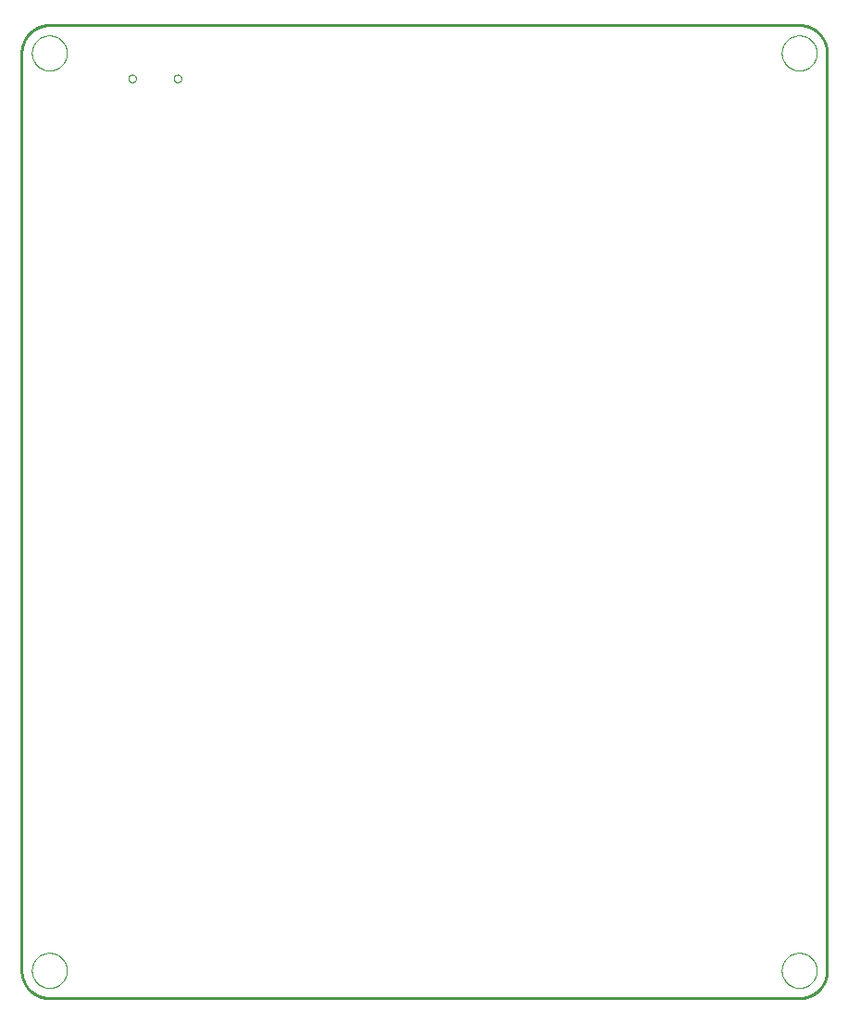
<source format=gbo>
G75*
%MOIN*%
%OFA0B0*%
%FSLAX25Y25*%
%IPPOS*%
%LPD*%
%AMOC8*
5,1,8,0,0,1.08239X$1,22.5*
%
%ADD10C,0.00000*%
%ADD11C,0.01000*%
D10*
X0032132Y0012000D02*
X0032134Y0012158D01*
X0032140Y0012316D01*
X0032150Y0012474D01*
X0032164Y0012632D01*
X0032182Y0012789D01*
X0032203Y0012946D01*
X0032229Y0013102D01*
X0032259Y0013258D01*
X0032292Y0013413D01*
X0032330Y0013566D01*
X0032371Y0013719D01*
X0032416Y0013871D01*
X0032465Y0014022D01*
X0032518Y0014171D01*
X0032574Y0014319D01*
X0032634Y0014465D01*
X0032698Y0014610D01*
X0032766Y0014753D01*
X0032837Y0014895D01*
X0032911Y0015035D01*
X0032989Y0015172D01*
X0033071Y0015308D01*
X0033155Y0015442D01*
X0033244Y0015573D01*
X0033335Y0015702D01*
X0033430Y0015829D01*
X0033527Y0015954D01*
X0033628Y0016076D01*
X0033732Y0016195D01*
X0033839Y0016312D01*
X0033949Y0016426D01*
X0034062Y0016537D01*
X0034177Y0016646D01*
X0034295Y0016751D01*
X0034416Y0016853D01*
X0034539Y0016953D01*
X0034665Y0017049D01*
X0034793Y0017142D01*
X0034923Y0017232D01*
X0035056Y0017318D01*
X0035191Y0017402D01*
X0035327Y0017481D01*
X0035466Y0017558D01*
X0035607Y0017630D01*
X0035749Y0017700D01*
X0035893Y0017765D01*
X0036039Y0017827D01*
X0036186Y0017885D01*
X0036335Y0017940D01*
X0036485Y0017991D01*
X0036636Y0018038D01*
X0036788Y0018081D01*
X0036941Y0018120D01*
X0037096Y0018156D01*
X0037251Y0018187D01*
X0037407Y0018215D01*
X0037563Y0018239D01*
X0037720Y0018259D01*
X0037878Y0018275D01*
X0038035Y0018287D01*
X0038194Y0018295D01*
X0038352Y0018299D01*
X0038510Y0018299D01*
X0038668Y0018295D01*
X0038827Y0018287D01*
X0038984Y0018275D01*
X0039142Y0018259D01*
X0039299Y0018239D01*
X0039455Y0018215D01*
X0039611Y0018187D01*
X0039766Y0018156D01*
X0039921Y0018120D01*
X0040074Y0018081D01*
X0040226Y0018038D01*
X0040377Y0017991D01*
X0040527Y0017940D01*
X0040676Y0017885D01*
X0040823Y0017827D01*
X0040969Y0017765D01*
X0041113Y0017700D01*
X0041255Y0017630D01*
X0041396Y0017558D01*
X0041535Y0017481D01*
X0041671Y0017402D01*
X0041806Y0017318D01*
X0041939Y0017232D01*
X0042069Y0017142D01*
X0042197Y0017049D01*
X0042323Y0016953D01*
X0042446Y0016853D01*
X0042567Y0016751D01*
X0042685Y0016646D01*
X0042800Y0016537D01*
X0042913Y0016426D01*
X0043023Y0016312D01*
X0043130Y0016195D01*
X0043234Y0016076D01*
X0043335Y0015954D01*
X0043432Y0015829D01*
X0043527Y0015702D01*
X0043618Y0015573D01*
X0043707Y0015442D01*
X0043791Y0015308D01*
X0043873Y0015172D01*
X0043951Y0015035D01*
X0044025Y0014895D01*
X0044096Y0014753D01*
X0044164Y0014610D01*
X0044228Y0014465D01*
X0044288Y0014319D01*
X0044344Y0014171D01*
X0044397Y0014022D01*
X0044446Y0013871D01*
X0044491Y0013719D01*
X0044532Y0013566D01*
X0044570Y0013413D01*
X0044603Y0013258D01*
X0044633Y0013102D01*
X0044659Y0012946D01*
X0044680Y0012789D01*
X0044698Y0012632D01*
X0044712Y0012474D01*
X0044722Y0012316D01*
X0044728Y0012158D01*
X0044730Y0012000D01*
X0044728Y0011842D01*
X0044722Y0011684D01*
X0044712Y0011526D01*
X0044698Y0011368D01*
X0044680Y0011211D01*
X0044659Y0011054D01*
X0044633Y0010898D01*
X0044603Y0010742D01*
X0044570Y0010587D01*
X0044532Y0010434D01*
X0044491Y0010281D01*
X0044446Y0010129D01*
X0044397Y0009978D01*
X0044344Y0009829D01*
X0044288Y0009681D01*
X0044228Y0009535D01*
X0044164Y0009390D01*
X0044096Y0009247D01*
X0044025Y0009105D01*
X0043951Y0008965D01*
X0043873Y0008828D01*
X0043791Y0008692D01*
X0043707Y0008558D01*
X0043618Y0008427D01*
X0043527Y0008298D01*
X0043432Y0008171D01*
X0043335Y0008046D01*
X0043234Y0007924D01*
X0043130Y0007805D01*
X0043023Y0007688D01*
X0042913Y0007574D01*
X0042800Y0007463D01*
X0042685Y0007354D01*
X0042567Y0007249D01*
X0042446Y0007147D01*
X0042323Y0007047D01*
X0042197Y0006951D01*
X0042069Y0006858D01*
X0041939Y0006768D01*
X0041806Y0006682D01*
X0041671Y0006598D01*
X0041535Y0006519D01*
X0041396Y0006442D01*
X0041255Y0006370D01*
X0041113Y0006300D01*
X0040969Y0006235D01*
X0040823Y0006173D01*
X0040676Y0006115D01*
X0040527Y0006060D01*
X0040377Y0006009D01*
X0040226Y0005962D01*
X0040074Y0005919D01*
X0039921Y0005880D01*
X0039766Y0005844D01*
X0039611Y0005813D01*
X0039455Y0005785D01*
X0039299Y0005761D01*
X0039142Y0005741D01*
X0038984Y0005725D01*
X0038827Y0005713D01*
X0038668Y0005705D01*
X0038510Y0005701D01*
X0038352Y0005701D01*
X0038194Y0005705D01*
X0038035Y0005713D01*
X0037878Y0005725D01*
X0037720Y0005741D01*
X0037563Y0005761D01*
X0037407Y0005785D01*
X0037251Y0005813D01*
X0037096Y0005844D01*
X0036941Y0005880D01*
X0036788Y0005919D01*
X0036636Y0005962D01*
X0036485Y0006009D01*
X0036335Y0006060D01*
X0036186Y0006115D01*
X0036039Y0006173D01*
X0035893Y0006235D01*
X0035749Y0006300D01*
X0035607Y0006370D01*
X0035466Y0006442D01*
X0035327Y0006519D01*
X0035191Y0006598D01*
X0035056Y0006682D01*
X0034923Y0006768D01*
X0034793Y0006858D01*
X0034665Y0006951D01*
X0034539Y0007047D01*
X0034416Y0007147D01*
X0034295Y0007249D01*
X0034177Y0007354D01*
X0034062Y0007463D01*
X0033949Y0007574D01*
X0033839Y0007688D01*
X0033732Y0007805D01*
X0033628Y0007924D01*
X0033527Y0008046D01*
X0033430Y0008171D01*
X0033335Y0008298D01*
X0033244Y0008427D01*
X0033155Y0008558D01*
X0033071Y0008692D01*
X0032989Y0008828D01*
X0032911Y0008965D01*
X0032837Y0009105D01*
X0032766Y0009247D01*
X0032698Y0009390D01*
X0032634Y0009535D01*
X0032574Y0009681D01*
X0032518Y0009829D01*
X0032465Y0009978D01*
X0032416Y0010129D01*
X0032371Y0010281D01*
X0032330Y0010434D01*
X0032292Y0010587D01*
X0032259Y0010742D01*
X0032229Y0010898D01*
X0032203Y0011054D01*
X0032182Y0011211D01*
X0032164Y0011368D01*
X0032150Y0011526D01*
X0032140Y0011684D01*
X0032134Y0011842D01*
X0032132Y0012000D01*
X0302132Y0012000D02*
X0302134Y0012158D01*
X0302140Y0012316D01*
X0302150Y0012474D01*
X0302164Y0012632D01*
X0302182Y0012789D01*
X0302203Y0012946D01*
X0302229Y0013102D01*
X0302259Y0013258D01*
X0302292Y0013413D01*
X0302330Y0013566D01*
X0302371Y0013719D01*
X0302416Y0013871D01*
X0302465Y0014022D01*
X0302518Y0014171D01*
X0302574Y0014319D01*
X0302634Y0014465D01*
X0302698Y0014610D01*
X0302766Y0014753D01*
X0302837Y0014895D01*
X0302911Y0015035D01*
X0302989Y0015172D01*
X0303071Y0015308D01*
X0303155Y0015442D01*
X0303244Y0015573D01*
X0303335Y0015702D01*
X0303430Y0015829D01*
X0303527Y0015954D01*
X0303628Y0016076D01*
X0303732Y0016195D01*
X0303839Y0016312D01*
X0303949Y0016426D01*
X0304062Y0016537D01*
X0304177Y0016646D01*
X0304295Y0016751D01*
X0304416Y0016853D01*
X0304539Y0016953D01*
X0304665Y0017049D01*
X0304793Y0017142D01*
X0304923Y0017232D01*
X0305056Y0017318D01*
X0305191Y0017402D01*
X0305327Y0017481D01*
X0305466Y0017558D01*
X0305607Y0017630D01*
X0305749Y0017700D01*
X0305893Y0017765D01*
X0306039Y0017827D01*
X0306186Y0017885D01*
X0306335Y0017940D01*
X0306485Y0017991D01*
X0306636Y0018038D01*
X0306788Y0018081D01*
X0306941Y0018120D01*
X0307096Y0018156D01*
X0307251Y0018187D01*
X0307407Y0018215D01*
X0307563Y0018239D01*
X0307720Y0018259D01*
X0307878Y0018275D01*
X0308035Y0018287D01*
X0308194Y0018295D01*
X0308352Y0018299D01*
X0308510Y0018299D01*
X0308668Y0018295D01*
X0308827Y0018287D01*
X0308984Y0018275D01*
X0309142Y0018259D01*
X0309299Y0018239D01*
X0309455Y0018215D01*
X0309611Y0018187D01*
X0309766Y0018156D01*
X0309921Y0018120D01*
X0310074Y0018081D01*
X0310226Y0018038D01*
X0310377Y0017991D01*
X0310527Y0017940D01*
X0310676Y0017885D01*
X0310823Y0017827D01*
X0310969Y0017765D01*
X0311113Y0017700D01*
X0311255Y0017630D01*
X0311396Y0017558D01*
X0311535Y0017481D01*
X0311671Y0017402D01*
X0311806Y0017318D01*
X0311939Y0017232D01*
X0312069Y0017142D01*
X0312197Y0017049D01*
X0312323Y0016953D01*
X0312446Y0016853D01*
X0312567Y0016751D01*
X0312685Y0016646D01*
X0312800Y0016537D01*
X0312913Y0016426D01*
X0313023Y0016312D01*
X0313130Y0016195D01*
X0313234Y0016076D01*
X0313335Y0015954D01*
X0313432Y0015829D01*
X0313527Y0015702D01*
X0313618Y0015573D01*
X0313707Y0015442D01*
X0313791Y0015308D01*
X0313873Y0015172D01*
X0313951Y0015035D01*
X0314025Y0014895D01*
X0314096Y0014753D01*
X0314164Y0014610D01*
X0314228Y0014465D01*
X0314288Y0014319D01*
X0314344Y0014171D01*
X0314397Y0014022D01*
X0314446Y0013871D01*
X0314491Y0013719D01*
X0314532Y0013566D01*
X0314570Y0013413D01*
X0314603Y0013258D01*
X0314633Y0013102D01*
X0314659Y0012946D01*
X0314680Y0012789D01*
X0314698Y0012632D01*
X0314712Y0012474D01*
X0314722Y0012316D01*
X0314728Y0012158D01*
X0314730Y0012000D01*
X0314728Y0011842D01*
X0314722Y0011684D01*
X0314712Y0011526D01*
X0314698Y0011368D01*
X0314680Y0011211D01*
X0314659Y0011054D01*
X0314633Y0010898D01*
X0314603Y0010742D01*
X0314570Y0010587D01*
X0314532Y0010434D01*
X0314491Y0010281D01*
X0314446Y0010129D01*
X0314397Y0009978D01*
X0314344Y0009829D01*
X0314288Y0009681D01*
X0314228Y0009535D01*
X0314164Y0009390D01*
X0314096Y0009247D01*
X0314025Y0009105D01*
X0313951Y0008965D01*
X0313873Y0008828D01*
X0313791Y0008692D01*
X0313707Y0008558D01*
X0313618Y0008427D01*
X0313527Y0008298D01*
X0313432Y0008171D01*
X0313335Y0008046D01*
X0313234Y0007924D01*
X0313130Y0007805D01*
X0313023Y0007688D01*
X0312913Y0007574D01*
X0312800Y0007463D01*
X0312685Y0007354D01*
X0312567Y0007249D01*
X0312446Y0007147D01*
X0312323Y0007047D01*
X0312197Y0006951D01*
X0312069Y0006858D01*
X0311939Y0006768D01*
X0311806Y0006682D01*
X0311671Y0006598D01*
X0311535Y0006519D01*
X0311396Y0006442D01*
X0311255Y0006370D01*
X0311113Y0006300D01*
X0310969Y0006235D01*
X0310823Y0006173D01*
X0310676Y0006115D01*
X0310527Y0006060D01*
X0310377Y0006009D01*
X0310226Y0005962D01*
X0310074Y0005919D01*
X0309921Y0005880D01*
X0309766Y0005844D01*
X0309611Y0005813D01*
X0309455Y0005785D01*
X0309299Y0005761D01*
X0309142Y0005741D01*
X0308984Y0005725D01*
X0308827Y0005713D01*
X0308668Y0005705D01*
X0308510Y0005701D01*
X0308352Y0005701D01*
X0308194Y0005705D01*
X0308035Y0005713D01*
X0307878Y0005725D01*
X0307720Y0005741D01*
X0307563Y0005761D01*
X0307407Y0005785D01*
X0307251Y0005813D01*
X0307096Y0005844D01*
X0306941Y0005880D01*
X0306788Y0005919D01*
X0306636Y0005962D01*
X0306485Y0006009D01*
X0306335Y0006060D01*
X0306186Y0006115D01*
X0306039Y0006173D01*
X0305893Y0006235D01*
X0305749Y0006300D01*
X0305607Y0006370D01*
X0305466Y0006442D01*
X0305327Y0006519D01*
X0305191Y0006598D01*
X0305056Y0006682D01*
X0304923Y0006768D01*
X0304793Y0006858D01*
X0304665Y0006951D01*
X0304539Y0007047D01*
X0304416Y0007147D01*
X0304295Y0007249D01*
X0304177Y0007354D01*
X0304062Y0007463D01*
X0303949Y0007574D01*
X0303839Y0007688D01*
X0303732Y0007805D01*
X0303628Y0007924D01*
X0303527Y0008046D01*
X0303430Y0008171D01*
X0303335Y0008298D01*
X0303244Y0008427D01*
X0303155Y0008558D01*
X0303071Y0008692D01*
X0302989Y0008828D01*
X0302911Y0008965D01*
X0302837Y0009105D01*
X0302766Y0009247D01*
X0302698Y0009390D01*
X0302634Y0009535D01*
X0302574Y0009681D01*
X0302518Y0009829D01*
X0302465Y0009978D01*
X0302416Y0010129D01*
X0302371Y0010281D01*
X0302330Y0010434D01*
X0302292Y0010587D01*
X0302259Y0010742D01*
X0302229Y0010898D01*
X0302203Y0011054D01*
X0302182Y0011211D01*
X0302164Y0011368D01*
X0302150Y0011526D01*
X0302140Y0011684D01*
X0302134Y0011842D01*
X0302132Y0012000D01*
X0083222Y0332854D02*
X0083224Y0332928D01*
X0083230Y0333002D01*
X0083240Y0333075D01*
X0083254Y0333148D01*
X0083271Y0333220D01*
X0083293Y0333290D01*
X0083318Y0333360D01*
X0083347Y0333428D01*
X0083380Y0333494D01*
X0083416Y0333559D01*
X0083456Y0333621D01*
X0083498Y0333682D01*
X0083544Y0333740D01*
X0083593Y0333795D01*
X0083645Y0333848D01*
X0083700Y0333898D01*
X0083757Y0333944D01*
X0083817Y0333988D01*
X0083879Y0334028D01*
X0083943Y0334065D01*
X0084009Y0334099D01*
X0084077Y0334129D01*
X0084146Y0334155D01*
X0084217Y0334178D01*
X0084288Y0334196D01*
X0084361Y0334211D01*
X0084434Y0334222D01*
X0084508Y0334229D01*
X0084582Y0334232D01*
X0084655Y0334231D01*
X0084729Y0334226D01*
X0084803Y0334217D01*
X0084876Y0334204D01*
X0084948Y0334187D01*
X0085019Y0334167D01*
X0085089Y0334142D01*
X0085157Y0334114D01*
X0085224Y0334083D01*
X0085289Y0334047D01*
X0085352Y0334009D01*
X0085413Y0333967D01*
X0085472Y0333921D01*
X0085528Y0333873D01*
X0085581Y0333822D01*
X0085631Y0333768D01*
X0085679Y0333711D01*
X0085723Y0333652D01*
X0085765Y0333590D01*
X0085803Y0333527D01*
X0085837Y0333461D01*
X0085868Y0333394D01*
X0085895Y0333325D01*
X0085918Y0333255D01*
X0085938Y0333184D01*
X0085954Y0333111D01*
X0085966Y0333038D01*
X0085974Y0332965D01*
X0085978Y0332891D01*
X0085978Y0332817D01*
X0085974Y0332743D01*
X0085966Y0332670D01*
X0085954Y0332597D01*
X0085938Y0332524D01*
X0085918Y0332453D01*
X0085895Y0332383D01*
X0085868Y0332314D01*
X0085837Y0332247D01*
X0085803Y0332181D01*
X0085765Y0332118D01*
X0085723Y0332056D01*
X0085679Y0331997D01*
X0085631Y0331940D01*
X0085581Y0331886D01*
X0085528Y0331835D01*
X0085472Y0331787D01*
X0085413Y0331741D01*
X0085352Y0331699D01*
X0085289Y0331661D01*
X0085224Y0331625D01*
X0085157Y0331594D01*
X0085089Y0331566D01*
X0085019Y0331541D01*
X0084948Y0331521D01*
X0084876Y0331504D01*
X0084803Y0331491D01*
X0084729Y0331482D01*
X0084655Y0331477D01*
X0084582Y0331476D01*
X0084508Y0331479D01*
X0084434Y0331486D01*
X0084361Y0331497D01*
X0084288Y0331512D01*
X0084217Y0331530D01*
X0084146Y0331553D01*
X0084077Y0331579D01*
X0084009Y0331609D01*
X0083943Y0331643D01*
X0083879Y0331680D01*
X0083817Y0331720D01*
X0083757Y0331764D01*
X0083700Y0331810D01*
X0083645Y0331860D01*
X0083593Y0331913D01*
X0083544Y0331968D01*
X0083498Y0332026D01*
X0083456Y0332087D01*
X0083416Y0332149D01*
X0083380Y0332214D01*
X0083347Y0332280D01*
X0083318Y0332348D01*
X0083293Y0332418D01*
X0083271Y0332488D01*
X0083254Y0332560D01*
X0083240Y0332633D01*
X0083230Y0332706D01*
X0083224Y0332780D01*
X0083222Y0332854D01*
X0066884Y0332854D02*
X0066886Y0332928D01*
X0066892Y0333002D01*
X0066902Y0333075D01*
X0066916Y0333148D01*
X0066933Y0333220D01*
X0066955Y0333290D01*
X0066980Y0333360D01*
X0067009Y0333428D01*
X0067042Y0333494D01*
X0067078Y0333559D01*
X0067118Y0333621D01*
X0067160Y0333682D01*
X0067206Y0333740D01*
X0067255Y0333795D01*
X0067307Y0333848D01*
X0067362Y0333898D01*
X0067419Y0333944D01*
X0067479Y0333988D01*
X0067541Y0334028D01*
X0067605Y0334065D01*
X0067671Y0334099D01*
X0067739Y0334129D01*
X0067808Y0334155D01*
X0067879Y0334178D01*
X0067950Y0334196D01*
X0068023Y0334211D01*
X0068096Y0334222D01*
X0068170Y0334229D01*
X0068244Y0334232D01*
X0068317Y0334231D01*
X0068391Y0334226D01*
X0068465Y0334217D01*
X0068538Y0334204D01*
X0068610Y0334187D01*
X0068681Y0334167D01*
X0068751Y0334142D01*
X0068819Y0334114D01*
X0068886Y0334083D01*
X0068951Y0334047D01*
X0069014Y0334009D01*
X0069075Y0333967D01*
X0069134Y0333921D01*
X0069190Y0333873D01*
X0069243Y0333822D01*
X0069293Y0333768D01*
X0069341Y0333711D01*
X0069385Y0333652D01*
X0069427Y0333590D01*
X0069465Y0333527D01*
X0069499Y0333461D01*
X0069530Y0333394D01*
X0069557Y0333325D01*
X0069580Y0333255D01*
X0069600Y0333184D01*
X0069616Y0333111D01*
X0069628Y0333038D01*
X0069636Y0332965D01*
X0069640Y0332891D01*
X0069640Y0332817D01*
X0069636Y0332743D01*
X0069628Y0332670D01*
X0069616Y0332597D01*
X0069600Y0332524D01*
X0069580Y0332453D01*
X0069557Y0332383D01*
X0069530Y0332314D01*
X0069499Y0332247D01*
X0069465Y0332181D01*
X0069427Y0332118D01*
X0069385Y0332056D01*
X0069341Y0331997D01*
X0069293Y0331940D01*
X0069243Y0331886D01*
X0069190Y0331835D01*
X0069134Y0331787D01*
X0069075Y0331741D01*
X0069014Y0331699D01*
X0068951Y0331661D01*
X0068886Y0331625D01*
X0068819Y0331594D01*
X0068751Y0331566D01*
X0068681Y0331541D01*
X0068610Y0331521D01*
X0068538Y0331504D01*
X0068465Y0331491D01*
X0068391Y0331482D01*
X0068317Y0331477D01*
X0068244Y0331476D01*
X0068170Y0331479D01*
X0068096Y0331486D01*
X0068023Y0331497D01*
X0067950Y0331512D01*
X0067879Y0331530D01*
X0067808Y0331553D01*
X0067739Y0331579D01*
X0067671Y0331609D01*
X0067605Y0331643D01*
X0067541Y0331680D01*
X0067479Y0331720D01*
X0067419Y0331764D01*
X0067362Y0331810D01*
X0067307Y0331860D01*
X0067255Y0331913D01*
X0067206Y0331968D01*
X0067160Y0332026D01*
X0067118Y0332087D01*
X0067078Y0332149D01*
X0067042Y0332214D01*
X0067009Y0332280D01*
X0066980Y0332348D01*
X0066955Y0332418D01*
X0066933Y0332488D01*
X0066916Y0332560D01*
X0066902Y0332633D01*
X0066892Y0332706D01*
X0066886Y0332780D01*
X0066884Y0332854D01*
X0032132Y0342000D02*
X0032134Y0342158D01*
X0032140Y0342316D01*
X0032150Y0342474D01*
X0032164Y0342632D01*
X0032182Y0342789D01*
X0032203Y0342946D01*
X0032229Y0343102D01*
X0032259Y0343258D01*
X0032292Y0343413D01*
X0032330Y0343566D01*
X0032371Y0343719D01*
X0032416Y0343871D01*
X0032465Y0344022D01*
X0032518Y0344171D01*
X0032574Y0344319D01*
X0032634Y0344465D01*
X0032698Y0344610D01*
X0032766Y0344753D01*
X0032837Y0344895D01*
X0032911Y0345035D01*
X0032989Y0345172D01*
X0033071Y0345308D01*
X0033155Y0345442D01*
X0033244Y0345573D01*
X0033335Y0345702D01*
X0033430Y0345829D01*
X0033527Y0345954D01*
X0033628Y0346076D01*
X0033732Y0346195D01*
X0033839Y0346312D01*
X0033949Y0346426D01*
X0034062Y0346537D01*
X0034177Y0346646D01*
X0034295Y0346751D01*
X0034416Y0346853D01*
X0034539Y0346953D01*
X0034665Y0347049D01*
X0034793Y0347142D01*
X0034923Y0347232D01*
X0035056Y0347318D01*
X0035191Y0347402D01*
X0035327Y0347481D01*
X0035466Y0347558D01*
X0035607Y0347630D01*
X0035749Y0347700D01*
X0035893Y0347765D01*
X0036039Y0347827D01*
X0036186Y0347885D01*
X0036335Y0347940D01*
X0036485Y0347991D01*
X0036636Y0348038D01*
X0036788Y0348081D01*
X0036941Y0348120D01*
X0037096Y0348156D01*
X0037251Y0348187D01*
X0037407Y0348215D01*
X0037563Y0348239D01*
X0037720Y0348259D01*
X0037878Y0348275D01*
X0038035Y0348287D01*
X0038194Y0348295D01*
X0038352Y0348299D01*
X0038510Y0348299D01*
X0038668Y0348295D01*
X0038827Y0348287D01*
X0038984Y0348275D01*
X0039142Y0348259D01*
X0039299Y0348239D01*
X0039455Y0348215D01*
X0039611Y0348187D01*
X0039766Y0348156D01*
X0039921Y0348120D01*
X0040074Y0348081D01*
X0040226Y0348038D01*
X0040377Y0347991D01*
X0040527Y0347940D01*
X0040676Y0347885D01*
X0040823Y0347827D01*
X0040969Y0347765D01*
X0041113Y0347700D01*
X0041255Y0347630D01*
X0041396Y0347558D01*
X0041535Y0347481D01*
X0041671Y0347402D01*
X0041806Y0347318D01*
X0041939Y0347232D01*
X0042069Y0347142D01*
X0042197Y0347049D01*
X0042323Y0346953D01*
X0042446Y0346853D01*
X0042567Y0346751D01*
X0042685Y0346646D01*
X0042800Y0346537D01*
X0042913Y0346426D01*
X0043023Y0346312D01*
X0043130Y0346195D01*
X0043234Y0346076D01*
X0043335Y0345954D01*
X0043432Y0345829D01*
X0043527Y0345702D01*
X0043618Y0345573D01*
X0043707Y0345442D01*
X0043791Y0345308D01*
X0043873Y0345172D01*
X0043951Y0345035D01*
X0044025Y0344895D01*
X0044096Y0344753D01*
X0044164Y0344610D01*
X0044228Y0344465D01*
X0044288Y0344319D01*
X0044344Y0344171D01*
X0044397Y0344022D01*
X0044446Y0343871D01*
X0044491Y0343719D01*
X0044532Y0343566D01*
X0044570Y0343413D01*
X0044603Y0343258D01*
X0044633Y0343102D01*
X0044659Y0342946D01*
X0044680Y0342789D01*
X0044698Y0342632D01*
X0044712Y0342474D01*
X0044722Y0342316D01*
X0044728Y0342158D01*
X0044730Y0342000D01*
X0044728Y0341842D01*
X0044722Y0341684D01*
X0044712Y0341526D01*
X0044698Y0341368D01*
X0044680Y0341211D01*
X0044659Y0341054D01*
X0044633Y0340898D01*
X0044603Y0340742D01*
X0044570Y0340587D01*
X0044532Y0340434D01*
X0044491Y0340281D01*
X0044446Y0340129D01*
X0044397Y0339978D01*
X0044344Y0339829D01*
X0044288Y0339681D01*
X0044228Y0339535D01*
X0044164Y0339390D01*
X0044096Y0339247D01*
X0044025Y0339105D01*
X0043951Y0338965D01*
X0043873Y0338828D01*
X0043791Y0338692D01*
X0043707Y0338558D01*
X0043618Y0338427D01*
X0043527Y0338298D01*
X0043432Y0338171D01*
X0043335Y0338046D01*
X0043234Y0337924D01*
X0043130Y0337805D01*
X0043023Y0337688D01*
X0042913Y0337574D01*
X0042800Y0337463D01*
X0042685Y0337354D01*
X0042567Y0337249D01*
X0042446Y0337147D01*
X0042323Y0337047D01*
X0042197Y0336951D01*
X0042069Y0336858D01*
X0041939Y0336768D01*
X0041806Y0336682D01*
X0041671Y0336598D01*
X0041535Y0336519D01*
X0041396Y0336442D01*
X0041255Y0336370D01*
X0041113Y0336300D01*
X0040969Y0336235D01*
X0040823Y0336173D01*
X0040676Y0336115D01*
X0040527Y0336060D01*
X0040377Y0336009D01*
X0040226Y0335962D01*
X0040074Y0335919D01*
X0039921Y0335880D01*
X0039766Y0335844D01*
X0039611Y0335813D01*
X0039455Y0335785D01*
X0039299Y0335761D01*
X0039142Y0335741D01*
X0038984Y0335725D01*
X0038827Y0335713D01*
X0038668Y0335705D01*
X0038510Y0335701D01*
X0038352Y0335701D01*
X0038194Y0335705D01*
X0038035Y0335713D01*
X0037878Y0335725D01*
X0037720Y0335741D01*
X0037563Y0335761D01*
X0037407Y0335785D01*
X0037251Y0335813D01*
X0037096Y0335844D01*
X0036941Y0335880D01*
X0036788Y0335919D01*
X0036636Y0335962D01*
X0036485Y0336009D01*
X0036335Y0336060D01*
X0036186Y0336115D01*
X0036039Y0336173D01*
X0035893Y0336235D01*
X0035749Y0336300D01*
X0035607Y0336370D01*
X0035466Y0336442D01*
X0035327Y0336519D01*
X0035191Y0336598D01*
X0035056Y0336682D01*
X0034923Y0336768D01*
X0034793Y0336858D01*
X0034665Y0336951D01*
X0034539Y0337047D01*
X0034416Y0337147D01*
X0034295Y0337249D01*
X0034177Y0337354D01*
X0034062Y0337463D01*
X0033949Y0337574D01*
X0033839Y0337688D01*
X0033732Y0337805D01*
X0033628Y0337924D01*
X0033527Y0338046D01*
X0033430Y0338171D01*
X0033335Y0338298D01*
X0033244Y0338427D01*
X0033155Y0338558D01*
X0033071Y0338692D01*
X0032989Y0338828D01*
X0032911Y0338965D01*
X0032837Y0339105D01*
X0032766Y0339247D01*
X0032698Y0339390D01*
X0032634Y0339535D01*
X0032574Y0339681D01*
X0032518Y0339829D01*
X0032465Y0339978D01*
X0032416Y0340129D01*
X0032371Y0340281D01*
X0032330Y0340434D01*
X0032292Y0340587D01*
X0032259Y0340742D01*
X0032229Y0340898D01*
X0032203Y0341054D01*
X0032182Y0341211D01*
X0032164Y0341368D01*
X0032150Y0341526D01*
X0032140Y0341684D01*
X0032134Y0341842D01*
X0032132Y0342000D01*
X0302132Y0342000D02*
X0302134Y0342158D01*
X0302140Y0342316D01*
X0302150Y0342474D01*
X0302164Y0342632D01*
X0302182Y0342789D01*
X0302203Y0342946D01*
X0302229Y0343102D01*
X0302259Y0343258D01*
X0302292Y0343413D01*
X0302330Y0343566D01*
X0302371Y0343719D01*
X0302416Y0343871D01*
X0302465Y0344022D01*
X0302518Y0344171D01*
X0302574Y0344319D01*
X0302634Y0344465D01*
X0302698Y0344610D01*
X0302766Y0344753D01*
X0302837Y0344895D01*
X0302911Y0345035D01*
X0302989Y0345172D01*
X0303071Y0345308D01*
X0303155Y0345442D01*
X0303244Y0345573D01*
X0303335Y0345702D01*
X0303430Y0345829D01*
X0303527Y0345954D01*
X0303628Y0346076D01*
X0303732Y0346195D01*
X0303839Y0346312D01*
X0303949Y0346426D01*
X0304062Y0346537D01*
X0304177Y0346646D01*
X0304295Y0346751D01*
X0304416Y0346853D01*
X0304539Y0346953D01*
X0304665Y0347049D01*
X0304793Y0347142D01*
X0304923Y0347232D01*
X0305056Y0347318D01*
X0305191Y0347402D01*
X0305327Y0347481D01*
X0305466Y0347558D01*
X0305607Y0347630D01*
X0305749Y0347700D01*
X0305893Y0347765D01*
X0306039Y0347827D01*
X0306186Y0347885D01*
X0306335Y0347940D01*
X0306485Y0347991D01*
X0306636Y0348038D01*
X0306788Y0348081D01*
X0306941Y0348120D01*
X0307096Y0348156D01*
X0307251Y0348187D01*
X0307407Y0348215D01*
X0307563Y0348239D01*
X0307720Y0348259D01*
X0307878Y0348275D01*
X0308035Y0348287D01*
X0308194Y0348295D01*
X0308352Y0348299D01*
X0308510Y0348299D01*
X0308668Y0348295D01*
X0308827Y0348287D01*
X0308984Y0348275D01*
X0309142Y0348259D01*
X0309299Y0348239D01*
X0309455Y0348215D01*
X0309611Y0348187D01*
X0309766Y0348156D01*
X0309921Y0348120D01*
X0310074Y0348081D01*
X0310226Y0348038D01*
X0310377Y0347991D01*
X0310527Y0347940D01*
X0310676Y0347885D01*
X0310823Y0347827D01*
X0310969Y0347765D01*
X0311113Y0347700D01*
X0311255Y0347630D01*
X0311396Y0347558D01*
X0311535Y0347481D01*
X0311671Y0347402D01*
X0311806Y0347318D01*
X0311939Y0347232D01*
X0312069Y0347142D01*
X0312197Y0347049D01*
X0312323Y0346953D01*
X0312446Y0346853D01*
X0312567Y0346751D01*
X0312685Y0346646D01*
X0312800Y0346537D01*
X0312913Y0346426D01*
X0313023Y0346312D01*
X0313130Y0346195D01*
X0313234Y0346076D01*
X0313335Y0345954D01*
X0313432Y0345829D01*
X0313527Y0345702D01*
X0313618Y0345573D01*
X0313707Y0345442D01*
X0313791Y0345308D01*
X0313873Y0345172D01*
X0313951Y0345035D01*
X0314025Y0344895D01*
X0314096Y0344753D01*
X0314164Y0344610D01*
X0314228Y0344465D01*
X0314288Y0344319D01*
X0314344Y0344171D01*
X0314397Y0344022D01*
X0314446Y0343871D01*
X0314491Y0343719D01*
X0314532Y0343566D01*
X0314570Y0343413D01*
X0314603Y0343258D01*
X0314633Y0343102D01*
X0314659Y0342946D01*
X0314680Y0342789D01*
X0314698Y0342632D01*
X0314712Y0342474D01*
X0314722Y0342316D01*
X0314728Y0342158D01*
X0314730Y0342000D01*
X0314728Y0341842D01*
X0314722Y0341684D01*
X0314712Y0341526D01*
X0314698Y0341368D01*
X0314680Y0341211D01*
X0314659Y0341054D01*
X0314633Y0340898D01*
X0314603Y0340742D01*
X0314570Y0340587D01*
X0314532Y0340434D01*
X0314491Y0340281D01*
X0314446Y0340129D01*
X0314397Y0339978D01*
X0314344Y0339829D01*
X0314288Y0339681D01*
X0314228Y0339535D01*
X0314164Y0339390D01*
X0314096Y0339247D01*
X0314025Y0339105D01*
X0313951Y0338965D01*
X0313873Y0338828D01*
X0313791Y0338692D01*
X0313707Y0338558D01*
X0313618Y0338427D01*
X0313527Y0338298D01*
X0313432Y0338171D01*
X0313335Y0338046D01*
X0313234Y0337924D01*
X0313130Y0337805D01*
X0313023Y0337688D01*
X0312913Y0337574D01*
X0312800Y0337463D01*
X0312685Y0337354D01*
X0312567Y0337249D01*
X0312446Y0337147D01*
X0312323Y0337047D01*
X0312197Y0336951D01*
X0312069Y0336858D01*
X0311939Y0336768D01*
X0311806Y0336682D01*
X0311671Y0336598D01*
X0311535Y0336519D01*
X0311396Y0336442D01*
X0311255Y0336370D01*
X0311113Y0336300D01*
X0310969Y0336235D01*
X0310823Y0336173D01*
X0310676Y0336115D01*
X0310527Y0336060D01*
X0310377Y0336009D01*
X0310226Y0335962D01*
X0310074Y0335919D01*
X0309921Y0335880D01*
X0309766Y0335844D01*
X0309611Y0335813D01*
X0309455Y0335785D01*
X0309299Y0335761D01*
X0309142Y0335741D01*
X0308984Y0335725D01*
X0308827Y0335713D01*
X0308668Y0335705D01*
X0308510Y0335701D01*
X0308352Y0335701D01*
X0308194Y0335705D01*
X0308035Y0335713D01*
X0307878Y0335725D01*
X0307720Y0335741D01*
X0307563Y0335761D01*
X0307407Y0335785D01*
X0307251Y0335813D01*
X0307096Y0335844D01*
X0306941Y0335880D01*
X0306788Y0335919D01*
X0306636Y0335962D01*
X0306485Y0336009D01*
X0306335Y0336060D01*
X0306186Y0336115D01*
X0306039Y0336173D01*
X0305893Y0336235D01*
X0305749Y0336300D01*
X0305607Y0336370D01*
X0305466Y0336442D01*
X0305327Y0336519D01*
X0305191Y0336598D01*
X0305056Y0336682D01*
X0304923Y0336768D01*
X0304793Y0336858D01*
X0304665Y0336951D01*
X0304539Y0337047D01*
X0304416Y0337147D01*
X0304295Y0337249D01*
X0304177Y0337354D01*
X0304062Y0337463D01*
X0303949Y0337574D01*
X0303839Y0337688D01*
X0303732Y0337805D01*
X0303628Y0337924D01*
X0303527Y0338046D01*
X0303430Y0338171D01*
X0303335Y0338298D01*
X0303244Y0338427D01*
X0303155Y0338558D01*
X0303071Y0338692D01*
X0302989Y0338828D01*
X0302911Y0338965D01*
X0302837Y0339105D01*
X0302766Y0339247D01*
X0302698Y0339390D01*
X0302634Y0339535D01*
X0302574Y0339681D01*
X0302518Y0339829D01*
X0302465Y0339978D01*
X0302416Y0340129D01*
X0302371Y0340281D01*
X0302330Y0340434D01*
X0302292Y0340587D01*
X0302259Y0340742D01*
X0302229Y0340898D01*
X0302203Y0341054D01*
X0302182Y0341211D01*
X0302164Y0341368D01*
X0302150Y0341526D01*
X0302140Y0341684D01*
X0302134Y0341842D01*
X0302132Y0342000D01*
D11*
X0028431Y0342000D02*
X0028431Y0012000D01*
X0028434Y0011758D01*
X0028443Y0011517D01*
X0028457Y0011276D01*
X0028478Y0011035D01*
X0028504Y0010795D01*
X0028536Y0010555D01*
X0028574Y0010316D01*
X0028617Y0010079D01*
X0028667Y0009842D01*
X0028722Y0009607D01*
X0028782Y0009373D01*
X0028849Y0009141D01*
X0028920Y0008910D01*
X0028998Y0008681D01*
X0029081Y0008454D01*
X0029169Y0008229D01*
X0029263Y0008006D01*
X0029362Y0007786D01*
X0029467Y0007568D01*
X0029576Y0007353D01*
X0029691Y0007140D01*
X0029811Y0006930D01*
X0029936Y0006724D01*
X0030066Y0006520D01*
X0030201Y0006319D01*
X0030341Y0006122D01*
X0030485Y0005928D01*
X0030634Y0005738D01*
X0030788Y0005552D01*
X0030946Y0005369D01*
X0031108Y0005190D01*
X0031275Y0005015D01*
X0031446Y0004844D01*
X0031621Y0004677D01*
X0031800Y0004515D01*
X0031983Y0004357D01*
X0032169Y0004203D01*
X0032359Y0004054D01*
X0032553Y0003910D01*
X0032750Y0003770D01*
X0032951Y0003635D01*
X0033155Y0003505D01*
X0033361Y0003380D01*
X0033571Y0003260D01*
X0033784Y0003145D01*
X0033999Y0003036D01*
X0034217Y0002931D01*
X0034437Y0002832D01*
X0034660Y0002738D01*
X0034885Y0002650D01*
X0035112Y0002567D01*
X0035341Y0002489D01*
X0035572Y0002418D01*
X0035804Y0002351D01*
X0036038Y0002291D01*
X0036273Y0002236D01*
X0036510Y0002186D01*
X0036747Y0002143D01*
X0036986Y0002105D01*
X0037226Y0002073D01*
X0037466Y0002047D01*
X0037707Y0002026D01*
X0037948Y0002012D01*
X0038189Y0002003D01*
X0038431Y0002000D01*
X0308431Y0002000D01*
X0308673Y0002003D01*
X0308914Y0002012D01*
X0309155Y0002026D01*
X0309396Y0002047D01*
X0309636Y0002073D01*
X0309876Y0002105D01*
X0310115Y0002143D01*
X0310352Y0002186D01*
X0310589Y0002236D01*
X0310824Y0002291D01*
X0311058Y0002351D01*
X0311290Y0002418D01*
X0311521Y0002489D01*
X0311750Y0002567D01*
X0311977Y0002650D01*
X0312202Y0002738D01*
X0312425Y0002832D01*
X0312645Y0002931D01*
X0312863Y0003036D01*
X0313078Y0003145D01*
X0313291Y0003260D01*
X0313501Y0003380D01*
X0313707Y0003505D01*
X0313911Y0003635D01*
X0314112Y0003770D01*
X0314309Y0003910D01*
X0314503Y0004054D01*
X0314693Y0004203D01*
X0314879Y0004357D01*
X0315062Y0004515D01*
X0315241Y0004677D01*
X0315416Y0004844D01*
X0315587Y0005015D01*
X0315754Y0005190D01*
X0315916Y0005369D01*
X0316074Y0005552D01*
X0316228Y0005738D01*
X0316377Y0005928D01*
X0316521Y0006122D01*
X0316661Y0006319D01*
X0316796Y0006520D01*
X0316926Y0006724D01*
X0317051Y0006930D01*
X0317171Y0007140D01*
X0317286Y0007353D01*
X0317395Y0007568D01*
X0317500Y0007786D01*
X0317599Y0008006D01*
X0317693Y0008229D01*
X0317781Y0008454D01*
X0317864Y0008681D01*
X0317942Y0008910D01*
X0318013Y0009141D01*
X0318080Y0009373D01*
X0318140Y0009607D01*
X0318195Y0009842D01*
X0318245Y0010079D01*
X0318288Y0010316D01*
X0318326Y0010555D01*
X0318358Y0010795D01*
X0318384Y0011035D01*
X0318405Y0011276D01*
X0318419Y0011517D01*
X0318428Y0011758D01*
X0318431Y0012000D01*
X0318431Y0342000D01*
X0318428Y0342242D01*
X0318419Y0342483D01*
X0318405Y0342724D01*
X0318384Y0342965D01*
X0318358Y0343205D01*
X0318326Y0343445D01*
X0318288Y0343684D01*
X0318245Y0343921D01*
X0318195Y0344158D01*
X0318140Y0344393D01*
X0318080Y0344627D01*
X0318013Y0344859D01*
X0317942Y0345090D01*
X0317864Y0345319D01*
X0317781Y0345546D01*
X0317693Y0345771D01*
X0317599Y0345994D01*
X0317500Y0346214D01*
X0317395Y0346432D01*
X0317286Y0346647D01*
X0317171Y0346860D01*
X0317051Y0347070D01*
X0316926Y0347276D01*
X0316796Y0347480D01*
X0316661Y0347681D01*
X0316521Y0347878D01*
X0316377Y0348072D01*
X0316228Y0348262D01*
X0316074Y0348448D01*
X0315916Y0348631D01*
X0315754Y0348810D01*
X0315587Y0348985D01*
X0315416Y0349156D01*
X0315241Y0349323D01*
X0315062Y0349485D01*
X0314879Y0349643D01*
X0314693Y0349797D01*
X0314503Y0349946D01*
X0314309Y0350090D01*
X0314112Y0350230D01*
X0313911Y0350365D01*
X0313707Y0350495D01*
X0313501Y0350620D01*
X0313291Y0350740D01*
X0313078Y0350855D01*
X0312863Y0350964D01*
X0312645Y0351069D01*
X0312425Y0351168D01*
X0312202Y0351262D01*
X0311977Y0351350D01*
X0311750Y0351433D01*
X0311521Y0351511D01*
X0311290Y0351582D01*
X0311058Y0351649D01*
X0310824Y0351709D01*
X0310589Y0351764D01*
X0310352Y0351814D01*
X0310115Y0351857D01*
X0309876Y0351895D01*
X0309636Y0351927D01*
X0309396Y0351953D01*
X0309155Y0351974D01*
X0308914Y0351988D01*
X0308673Y0351997D01*
X0308431Y0352000D01*
X0038431Y0352000D01*
X0038189Y0351997D01*
X0037948Y0351988D01*
X0037707Y0351974D01*
X0037466Y0351953D01*
X0037226Y0351927D01*
X0036986Y0351895D01*
X0036747Y0351857D01*
X0036510Y0351814D01*
X0036273Y0351764D01*
X0036038Y0351709D01*
X0035804Y0351649D01*
X0035572Y0351582D01*
X0035341Y0351511D01*
X0035112Y0351433D01*
X0034885Y0351350D01*
X0034660Y0351262D01*
X0034437Y0351168D01*
X0034217Y0351069D01*
X0033999Y0350964D01*
X0033784Y0350855D01*
X0033571Y0350740D01*
X0033361Y0350620D01*
X0033155Y0350495D01*
X0032951Y0350365D01*
X0032750Y0350230D01*
X0032553Y0350090D01*
X0032359Y0349946D01*
X0032169Y0349797D01*
X0031983Y0349643D01*
X0031800Y0349485D01*
X0031621Y0349323D01*
X0031446Y0349156D01*
X0031275Y0348985D01*
X0031108Y0348810D01*
X0030946Y0348631D01*
X0030788Y0348448D01*
X0030634Y0348262D01*
X0030485Y0348072D01*
X0030341Y0347878D01*
X0030201Y0347681D01*
X0030066Y0347480D01*
X0029936Y0347276D01*
X0029811Y0347070D01*
X0029691Y0346860D01*
X0029576Y0346647D01*
X0029467Y0346432D01*
X0029362Y0346214D01*
X0029263Y0345994D01*
X0029169Y0345771D01*
X0029081Y0345546D01*
X0028998Y0345319D01*
X0028920Y0345090D01*
X0028849Y0344859D01*
X0028782Y0344627D01*
X0028722Y0344393D01*
X0028667Y0344158D01*
X0028617Y0343921D01*
X0028574Y0343684D01*
X0028536Y0343445D01*
X0028504Y0343205D01*
X0028478Y0342965D01*
X0028457Y0342724D01*
X0028443Y0342483D01*
X0028434Y0342242D01*
X0028431Y0342000D01*
M02*

</source>
